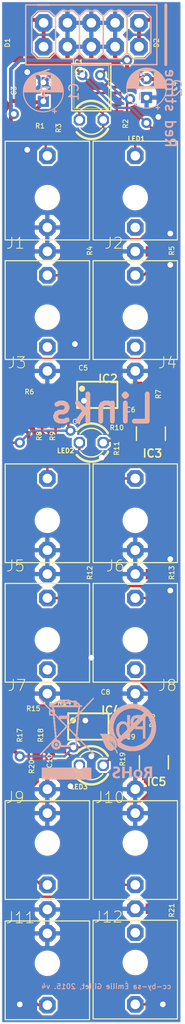
<source format=kicad_pcb>
(kicad_pcb (version 20240108) (generator "pcbnew") (generator_version "8.0")
  (layers (0 "F.Cu" signal) (31 "B.Cu" signal) (34 "B.Paste" user) (35 "F.Paste" user) (36 "B.SilkS" user "B.Silkscreen") (37 "F.SilkS" user "F.Silkscreen") (38 "B.Mask" user) (39 "F.Mask" user) (44 "Edge.Cuts" user))
  (net 0 "")
  (net 1 "GND")
  (net 2 "VEE")
  (net 3 "VCC")
  (net 4 "N$6")
  (net 5 "N$20")
  (net 6 "N$3")
  (net 7 "N$4")
  (net 8 "N$5")
  (net 9 "N$7")
  (net 10 "N$8")
  (net 11 "N$11")
  (net 12 "N$12")
  (net 13 "N$13")
  (net 14 "N$10")
  (net 15 "N$15")
  (net 16 "N$16")
  (net 17 "N$17")
  (net 18 "N$31")
  (net 19 "N$1")
  (net 20 "N$32")
  (net 21 "N$2")
  (net 22 "N$9")
  (net 23 "N$23")
  (net 24 "N$24")
  (net 25 "N$25")
  (net 26 "N$27")
  (net 27 "N$22")
  (net 28 "N$29")
  (net 29 "N$14")
  (net 30 "N$26")
  (net 31 "N$30")
  (net 32 "N$18")
  (net 33 "N$19")
  (net 34 "N$21")
  (footprint "links_v40:C0603" (layer "F.Cu") (at 153.4324 92.54175 90)
    (property "Reference" "C6")
    (property "Value" "10p")
  )
  (footprint "links_v40:C0603" (layer "F.Cu") (at 156.7661 59.83925 90)
    (property "Reference" "C4")
    (property "Value" "100n")
  )
  (footprint "links_v40:R0603" (layer "F.Cu") (at 154.2261 127.30795 90)
    (property "Reference" "R16")
    (property "Value" "100k")
  )
  (footprint "links_v40:SOT23-5" (layer "F.Cu") (at 155.1786 131.59425 180)
    (property "Reference" "IC5")
    (property "Value" "LM321MF")
  )
  (footprint "links_v40:C0603" (layer "F.Cu") (at 145.3361 130.95925 90)
    (property "Reference" "C10")
    (property "Value" "100n")
  )
  (footprint "links_v40:R0603" (layer "F.Cu") (at 151.3686 63.64925 -90)
    (property "Reference" "R2")
    (property "Value" "51")
  )
  (footprint "links_v40:R0603" (layer "F.Cu") (at 150.0986 94.76425)
    (property "Reference" "R10")
    (property "Value" "100k")
  )
  (footprint "links_v40:R0603" (layer "F.Cu") (at 146.9236 111.59175 180)
    (property "Reference" "R12")
    (property "Value" "51")
  )
  (footprint "links_v40:C0603" (layer "F.Cu") (at 147.8761 123.97425 180)
    (property "Reference" "C8")
    (property "Value" "100n")
  )
  (footprint "links_v40:R0603" (layer "F.Cu") (at 143.7485 128.89545 90)
    (property "Reference" "R18")
    (property "Value" "100k")
  )
  (footprint "links_v40:C0603" (layer "F.Cu") (at 152.7974 127.30795 90)
    (property "Reference" "C9")
    (property "Value" "10p")
  )
  (footprint "links_v40:WQP_PJ_301M6" (layer "F.Cu") (at 143.828 152.94615 180)
    (property "Reference" "J11")
    (property "Value" "PJ301_THONKICONN6" (hide yes))
  )
  (footprint "links_v40:WQP_PJ_301M6" (layer "F.Cu") (at 153.1943 71.58675)
    (property "Reference" "J2")
    (property "Value" "PJ301_THONKICONN6" (hide yes))
  )
  (footprint "links_v40:R0603" (layer "F.Cu") (at 143.2724 94.76425 90)
    (property "Reference" "R8")
    (property "Value" "100k")
  )
  (footprint "links_v40:R0603" (layer "F.Cu") (at 142.7961 126.67305 180)
    (property "Reference" "R15")
    (property "Value" "33k")
  )
  (footprint "links_v40:C0603" (layer "F.Cu") (at 146.9236 94.76425 180)
    (property "Reference" "C7")
    (property "Value" "100n")
  )
  (footprint "links_v40:WQP_PJ_301M6" (layer "F.Cu") (at 153.1943 140.16675 180)
    (property "Reference" "J10")
    (property "Value" "PJ301_THONKICONN6" (hide yes))
  )
  (footprint "links_v40:R0603" (layer "F.Cu") (at 144.0661 92.54175 180)
    (property "Reference" "R6")
    (property "Value" "100k")
  )
  (footprint "links_v40:R0603" (layer "F.Cu") (at 144.7011 94.76425 90)
    (property "Reference" "R9")
    (property "Value" "100k")
  )
  (footprint "links_v40:SOD123" (layer "F.Cu") (at 156.4486 54.60045 -90)
    (property "Reference" "D2")
    (property "Value" "1N5819HW" (hide yes))
  )
  (footprint "links_v40:R0603" (layer "F.Cu") (at 155.6549 77.30175 180)
    (property "Reference" "R5")
    (property "Value" "51")
  )
  (footprint "links_v40:LED3MM" (layer "F.Cu") (at 148.5111 97.62175 180)
    (property "Reference" "LED2")
    (property "Value" "WP937EGW")
  )
  (footprint "links_v40:WQP_PJ_301M6" (layer "F.Cu") (at 143.828 84.28675)
    (property "Reference" "J3")
    (property "Value" "PJ301_THONKICONN6" (hide yes))
  )
  (footprint "links_v40:LED3MM" (layer "F.Cu") (at 148.5111 131.91175 180)
    (property "Reference" "LED3")
    (property "Value" "WP937EGW")
  )
  (footprint "links_v40:WQP_PJ_301M6" (layer "F.Cu") (at 143.8279 105.87675)
    (property "Reference" "J5")
    (property "Value" "PJ301_THONKICONN6" (hide yes))
  )
  (footprint "links_v40:R0603" (layer "F.Cu") (at 141.8436 128.89545 90)
    (property "Reference" "R17")
    (property "Value" "100k")
  )
  (footprint "links_v40:WQP_PJ_301M6" (layer "F.Cu") (at 153.1942 118.57675)
    (property "Reference" "J8")
    (property "Value" "PJ301_THONKICONN6" (hide yes))
  )
  (footprint "links_v40:TSSOP8" (layer "F.Cu") (at 148.1936 127.78425 -90)
    (property "Reference" "IC4")
    (property "Value" "TL072PW")
  )
  (footprint "links_v40:R0603" (layer "F.Cu") (at 155.6548 111.59175)
    (property "Reference" "R13")
    (property "Value" "51")
  )
  (footprint "links_v40:TSSOP8" (layer "F.Cu") (at 149.1461 92.54175 -90)
    (property "Reference" "IC2")
    (property "Value" "TL072PW")
  )
  (footprint "links_v40:R0603" (layer "F.Cu") (at 147.8761 125.40295)
    (property "Reference" "R14")
    (property "Value" "100k")
  )
  (footprint "links_v40:WQP_PJ_301M6" (layer "F.Cu") (at 153.1941 105.87675)
    (property "Reference" "J6")
    (property "Value" "PJ301_THONKICONN6" (hide yes))
  )
  (footprint "links_v40:R0603" (layer "F.Cu") (at 142.7961 131.91175 90)
    (property "Reference" "R20")
    (property "Value" "100k")
  )
  (footprint "links_v40:R0603" (layer "F.Cu") (at 145.8124 63.96675 90)
    (property "Reference" "R3")
    (property "Value" "1.0k")
  )
  (footprint "links_v40:C0603" (layer "F.Cu") (at 140.8911 60.47425 90)
    (property "Reference" "C3")
    (property "Value" "100n")
  )
  (footprint "links_v40:WQP_PJ_301M6" (layer "F.Cu") (at 153.1943 84.28675)
    (property "Reference" "J4")
    (property "Value" "PJ301_THONKICONN6" (hide yes))
  )
  (footprint "links_v40:LED3MM" (layer "F.Cu") (at 148.5111 63.33175 180)
    (property "Reference" "LED1")
    (property "Value" "WP937EGW")
  )
  (footprint "links_v40:R0603" (layer "F.Cu") (at 146.9236 77.30175 180)
    (property "Reference" "R4")
    (property "Value" "51")
  )
  (footprint "links_v40:SOT23-5" (layer "F.Cu") (at 154.8611 96.66915 180)
    (property "Reference" "IC3")
    (property "Value" "LM321MF")
  )
  (footprint "links_v40:WQP_PJ_301M6" (layer "F.Cu") (at 143.828 118.57675)
    (property "Reference" "J7")
    (property "Value" "PJ301_THONKICONN6" (hide yes))
  )
  (footprint "links_v40:R0603" (layer "F.Cu") (at 152.6386 131.27675 -90)
    (property "Reference" "R19")
    (property "Value" "1.0k")
  )
  (footprint "links_v40:R0603" (layer "F.Cu") (at 142.7961 64.76055)
    (property "Reference" "R1")
    (property "Value" "10M")
  )
  (footprint "links_v40:WQP_PJ_301M6" (layer "F.Cu") (at 143.8279 140.16675 180)
    (property "Reference" "J9")
    (property "Value" "PJ301_THONKICONN6" (hide yes))
  )
  (footprint "links_v40:R0603" (layer "F.Cu") (at 154.8611 92.54175 90)
    (property "Reference" "R7")
    (property "Value" "100k")
  )
  (footprint "links_v40:R0603" (layer "F.Cu") (at 155.6549 147.15175 180)
    (property "Reference" "R21")
    (property "Value" "51")
  )
  (footprint "links_v40:C0603" (layer "F.Cu") (at 147.5586 90.31925 180)
    (property "Reference" "C5")
    (property "Value" "100n")
  )
  (footprint "links_v40:TSSOP14" (layer "F.Cu") (at 148.5111 59.83925 -90)
    (property "Reference" "IC1")
    (property "Value" "OPA4171")
  )
  (footprint "links_v40:WQP_PJ_301M6" (layer "F.Cu") (at 143.828 71.58675)
    (property "Reference" "J1")
    (property "Value" "PJ301_THONKICONN6" (hide yes))
  )
  (footprint "links_v40:WQP_PJ_301M6" (layer "F.Cu") (at 153.1943 152.86675 180)
    (property "Reference" "J12")
    (property "Value" "PJ301_THONKICONN6" (hide yes))
  )
  (footprint "links_v40:SOD123" (layer "F.Cu") (at 140.5736 54.60045 90)
    (property "Reference" "D1")
    (property "Value" "1N5819HW")
  )
  (footprint "links_v40:R0603" (layer "F.Cu") (at 152.0036 98.25665 -90)
    (property "Reference" "R11")
    (property "Value" "1.0k")
  )
  (footprint "links_v40:AVR_ICSP" (layer "B.Cu") (at 148.5111 54.28295 -90)
    (property "Reference" "JP1" (hide yes))
    (property "Value" "M05X2PTH" (hide yes))
  )
  (footprint "Capacitor_THT:CP_Radial_D4.0mm_P2.00mm" (layer "B.Cu") (at 154.4 60.95 90)
    (property "Reference" "C2")
    (property "Value" "4.7u")
  )
  (footprint "links_v40:ROHS" (layer "B.Cu") (at 156.2898 133.97545 180)
    (property "Reference" "U$2" (hide yes))
    (property "Value" "" (hide yes))
  )
  (footprint "Capacitor_THT:CP_Radial_D4.0mm_P2.00mm" (layer "B.Cu") (at 143.4 61.35 90)
    (property "Reference" "C1")
    (property "Value" "4.7u")
  )
  (gr_line (start 141.5261 51.10785) (end 141.5261 57.45785) (stroke (width 0.1524)) (layer "B.SilkS"))
  (gr_line (start 141.5261 51.10785) (end 155.4961 51.10785) (stroke (width 0.1524)) (layer "B.SilkS"))
  (gr_line (start 141.5261 57.45785) (end 155.4961 57.45785) (stroke (width 0.1524)) (layer "B.SilkS"))
  (gr_line (start 155.4961 51.10785) (end 155.4961 57.45785) (stroke (width 0.1524)) (layer "B.SilkS"))
  (gr_line (start 156.4486 57.45785) (end 156.4486 51.10785) (stroke (width 0.3048)) (layer "B.SilkS"))
  (gr_line (start 158.0161 159.21675) (end 158.0161 50.79045) (stroke (width 0.05)) (layer "Edge.Cuts"))
  (gr_line (start 158.0161 50.79045) (end 138.9861 50.79045) (stroke (width 0.05)) (layer "Edge.Cuts"))
  (gr_line (start 138.9861 50.79045) (end 138.9861 159.21675) (stroke (width 0.05)) (layer "Edge.Cuts"))
  (gr_line (start 138.9861 159.21675) (end 158.0161 159.21675) (stroke (width 0.05)) (layer "Edge.Cuts"))
  (gr_text "+12V" (at 144.0661 57.77555 -90) (layer "B.SilkS") (effects (font (size 0.8636 0.8636) (thickness 0.1524)) (justify right top mirror)))
  (gr_text "Red stripe" (at 157.5598 57.77545 -90) (layer "B.SilkS") (effects (font (size 1.0795 1.0795) (thickness 0.1905)) (justify right top mirror)))
  (gr_text "-12V" (at 154.2261 57.77555 -90) (layer "B.SilkS") (effects (font (size 0.8636 0.8636) (thickness 0.1524)) (justify right top mirror)))
  (gr_text "Links" (at 155.4962 95.71685 0) (layer "B.SilkS") (effects (font (size 2.89 2.89) (thickness 0.51)) (justify left bottom mirror)))
  (gr_text "cc-by-sa Émilie Gillet, 2015. v4" (at 157.0836 155.72425 0) (layer "B.SilkS") (effects (font (size 0.53975 0.53975) (thickness 0.09525)) (justify left bottom mirror)))
  (via (at 156.925 78.73055) (size 1.108) (drill 0.6) (layers "F.Cu" "B.Cu") (net 1))
  (via (at 140.8911 157.31175) (size 1.108) (drill 0.6) (layers "F.Cu" "B.Cu") (net 1))
  (via (at 156.9249 75.39675) (size 1.108) (drill 0.6) (layers "F.Cu" "B.Cu") (net 1))
  (via (at 149.6224 99.20925) (size 1.108) (drill 0.6) (layers "F.Cu" "B.Cu") (net 1))
  (via (at 146.7649 87.14425) (size 1.108) (drill 0.6) (layers "F.Cu" "B.Cu") (net 1))
  (via (at 148.5111 130.95925) (size 1.108) (drill 0.6) (layers "F.Cu" "B.Cu") (net 1))
  (via (at 146.2886 134.13425) (size 1.108) (drill 0.6) (layers "F.Cu" "B.Cu") (net 1))
  (via (at 148.5111 120.48175) (size 1.108) (drill 0.6) (layers "F.Cu" "B.Cu") (net 1))
  (via (at 147.8761 127.14925) (size 1.108) (drill 0.6) (layers "F.Cu" "B.Cu") (net 1))
  (via (at 141.6849 58.25175) (size 1.108) (drill 0.6) (layers "F.Cu" "B.Cu") (net 1))
  (via (at 147.7174 93.17675) (size 1.108) (drill 0.6) (layers "F.Cu" "B.Cu") (net 1))
  (via (at 156.925 113.33795) (size 1.108) (drill 0.6) (layers "F.Cu" "B.Cu") (net 1))
  (via (at 156.925 110.00425) (size 1.108) (drill 0.6) (layers "F.Cu" "B.Cu") (net 1))
  (via (at 141.6849 66.50675) (size 1.108) (drill 0.6) (layers "F.Cu" "B.Cu") (net 1))
  (via (at 156.1311 157.31175) (size 1.108) (drill 0.6) (layers "F.Cu" "B.Cu") (net 1))
  (via (at 155.6549 63.01425) (size 1.108) (drill 0.6) (layers "F.Cu" "B.Cu") (net 1))
  (segment (start 145.3361 130.10925) (end 145.3361 128.82675) (width 0.254) (layer "F.Cu") (net 2))
  (segment (start 153.4323 94.28805) (end 154.3849 94.28805) (width 0.254) (layer "F.Cu") (net 2))
  (segment (start 154.8611 94.76425) (end 154.8611 95.36315) (width 0.254) (layer "F.Cu") (net 2))
  (segment (start 139.9386 130.00675) (end 139.9386 97.62175) (width 0.4064) (layer "F.Cu") (net 2))
  (segment (start 152.9561 94.76425) (end 153.4323 94.28805) (width 0.254) (layer "F.Cu") (net 2))
  (segment (start 150.7336 130.00675) (end 151.3686 129.37175) (width 0.254) (layer "F.Cu") (net 2))
  (segment (start 152.3211 96.35175) (end 152.9561 95.71675) (width 0.254) (layer "F.Cu") (net 2))
  (segment (start 154.7023 129.21295) (end 155.1786 129.68925) (width 0.254) (layer "F.Cu") (net 2))
  (segment (start 156.7661 58.25175) (end 156.4486 57.93425) (width 0.4064) (layer "F.Cu") (net 2))
  (segment (start 140.8911 130.95925) (end 139.9386 130.00675) (width 0.4064) (layer "F.Cu") (net 2))
  (segment (start 146.6061 130.00675) (end 145.2336 130.00675) (width 0.254) (layer "F.Cu") (net 2))
  (segment (start 152.9861 58.85675) (end 152.0036 59.83925) (width 0.254) (layer "F.Cu") (net 2))
  (segment (start 154.2261 58.85675) (end 154.3586 58.98925) (width 0.4064) (layer "F.Cu") (net 2))
  (segment (start 145.2336 130.00675) (end 145.3361 130.10925) (width 0.254) (layer "F.Cu") (net 2))
  (segment (start 139.9386 63.01425) (end 140.2561 62.69675) (width 0.4064) (layer "F.Cu") (net 2))
  (segment (start 146.2886 96.35175) (end 152.3211 96.35175) (width 0.254) (layer "F.Cu") (net 2))
  (segment (start 154.3849 94.28805) (end 154.8611 94.76425) (width 0.254) (layer "F.Cu") (net 2))
  (segment (start 146.0736 94.76425) (end 146.2211 94.61675) (width 0.254) (layer "F.Cu") (net 2))
  (segment (start 145.3361 128.82675) (end 145.2686 128.75925) (width 0.254) (layer "F.Cu") (net 2))
  (segment (start 145.4386 130.00675) (end 150.7336 130.00675) (width 0.254) (layer "F.Cu") (net 2))
  (segment (start 156.7661 58.98925) (end 156.7661 58.25175) (width 0.4064) (layer "F.Cu") (net 2))
  (segment (start 155.1786 129.68925) (end 155.1786 130.28825) (width 0.254) (layer "F.Cu") (net 2))
  (segment (start 151.3686 129.37175) (end 152.9561 129.37175) (width 0.254) (layer "F.Cu") (net 2))
  (segment (start 156.4486 57.93425) (end 156.4486 56.50045) (width 0.4064) (layer "F.Cu") (net 2))
  (segment (start 153.1149 129.21295) (end 154.7023 129.21295) (width 0.254) (layer "F.Cu") (net 2))
  (segment (start 139.9386 97.62175) (end 139.9386 63.01425) (width 0.4064) (layer "F.Cu") (net 2))
  (segment (start 154.2261 58.85675) (end 152.9861 58.85675) (width 0.254) (layer "F.Cu") (net 2))
  (segment (start 152.9561 95.71675) (end 152.9561 94.76425) (width 0.254) (layer "F.Cu") (net 2))
  (segment (start 146.2886 96.35175) (end 146.0736 96.13675) (width 0.254) (layer "F.Cu") (net 2))
  (segment (start 152.3211 56.98175) (end 152.3211 58.56925) (width 0.4064) (layer "F.Cu") (net 2))
  (segment (start 152.9561 129.37175) (end 153.1149 129.21295) (width 0.254) (layer "F.Cu") (net 2))
  (segment (start 146.0736 94.76425) (end 145.7561 95.08175) (width 0.254) (layer "F.Cu") (net 2))
  (segment (start 152.6086 58.85675) (end 154.2261 58.85675) (width 0.4064) (layer "F.Cu") (net 2))
  (segment (start 154.3586 58.98925) (end 156.7661 58.98925) (width 0.4064) (layer "F.Cu") (net 2))
  (segment (start 146.0736 96.13675) (end 146.0736 94.76425) (width 0.254) (layer "F.Cu") (net 2))
  (segment (start 156.4486 56.50045) (end 155.9673 56.98175) (width 0.4064) (layer "F.Cu") (net 2))
  (segment (start 152.0036 59.83925) (end 151.2289 59.83925) (width 0.254) (layer "F.Cu") (net 2))
  (segment (start 152.3211 58.56925) (end 152.6086 58.85675) (width 0.4064) (layer "F.Cu") (net 2))
  (segment (start 146.2211 94.61675) (end 146.2211 93.51675) (width 0.254) (layer "F.Cu") (net 2))
  (segment (start 145.3361 130.10925) (end 145.4386 130.00675) (width 0.254) (layer "F.Cu") (net 2))
  (segment (start 139.9386 97.62175) (end 140.8911 97.62175) (width 0.254) (layer "F.Cu") (net 2))
  (via (at 146.6061 130.00675) (size 1.108) (drill 0.6) (layers "F.Cu" "B.Cu") (net 2))
  (via (at 152.3211 56.98175) (size 1.108) (drill 0.6) (layers "F.Cu" "B.Cu") (net 2))
  (via (at 140.8911 97.62175) (size 1.108) (drill 0.6) (layers "F.Cu" "B.Cu") (net 2))
  (via (at 140.8911 130.95925) (size 1.108) (drill 0.6) (layers "F.Cu" "B.Cu") (net 2))
  (via (at 146.2886 96.35175) (size 1.108) (drill 0.6) (layers "F.Cu" "B.Cu") (net 2))
  (via (at 140.2561 62.69675) (size 1.108) (drill 0.6) (layers "F.Cu" "B.Cu") (net 2))
  (segment (start 145.6536 130.95925) (end 146.6061 130.00675) (width 0.254) (layer "B.Cu") (net 2))
  (segment (start 139.9386 62.37925) (end 139.9386 57.93425) (width 0.4064) (layer "B.Cu") (net 2))
  (segment (start 140.8911 130.95925) (end 145.6536 130.95925) (width 0.254) (layer "B.Cu") (net 2))
  (segment (start 140.8911 97.62175) (end 142.1611 96.35175) (width 0.254) (layer "B.Cu") (net 2))
  (segment (start 140.2561 62.69675) (end 139.9386 62.37925) (width 0.4064) (layer "B.Cu") (net 2))
  (segment (start 139.9386 57.93425) (end 140.8911 56.98175) (width 0.4064) (layer "B.Cu") (net 2))
  (segment (start 142.1611 96.35175) (end 146.2886 96.35175) (width 0.254) (layer "B.Cu") (net 2))
  (segment (start 140.8911 56.98175) (end 152.3211 56.98175) (width 0.4064) (layer "B.Cu") (net 2))
  (segment (start 140.8911 61.32425) (end 140.1536 61.32425) (width 0.4064) (layer "F.Cu") (net 3))
  (segment (start 148.7261 123.23675) (end 145.9711 120.48175) (width 0.3048) (layer "F.Cu") (net 3))
  (segment (start 140.5736 118.25925) (end 140.5736 100.16175) (width 0.3048) (layer "F.Cu") (net 3))
  (segment (start 149.4636 123.97425) (end 151.1186 125.62925) (width 0.254) (layer "F.Cu") (net 3))
  (segment (start 147.7174 88.73175) (end 148.4086 89.42295) (width 0.254) (layer "F.Cu") (net 3))
  (segment (start 149.4636 123.97425) (end 151.3686 123.97425) (width 0.254) (layer "F.Cu") (net 3))
  (segment (start 153.7499 123.02175) (end 156.7661 126.03795) (width 0.254) (layer "F.Cu") (net 3))
  (segment (start 140.5736 88.73175) (end 140.5736 64.28425) (width 0.4064) (layer "F.Cu") (net 3))
  (segment (start 143.4311 60.47425) (end 144.3836 60.47425) (width 0.254) (layer "F.Cu") (net 3))
  (segment (start 151.1186 125.62925) (end 151.1186 126.80925) (width 0.254) (layer "F.Cu") (net 3))
  (segment (start 141.8436 98.89175) (end 141.8436 96.66925) (width 0.3556) (layer "F.Cu") (net 3))
  (segment (start 148.4086 89.42295) (end 148.4086 90.31925) (width 0.254) (layer "F.Cu") (net 3))
  (segment (start 141.0236 61.45675) (end 140.8911 61.32425) (width 0.4064) (layer "F.Cu") (net 3))
  (segment (start 151.6861 88.73175) (end 154.8611 88.73175) (width 0.254) (layer "F.Cu") (net 3))
  (segment (start 140.5736 100.16175) (end 141.8436 98.89175) (width 0.3302) (layer "F.Cu") (net 3))
  (segment (start 156.7661 126.03795) (end 156.7661 132.54675) (width 0.254) (layer "F.Cu") (net 3))
  (segment (start 155.8136 97.97265) (end 155.8111 97.97515) (width 0.254) (layer "F.Cu") (net 3))
  (segment (start 148.5111 90.95425) (end 149.1461 91.58925) (width 0.254) (layer "F.Cu") (net 3))
  (segment (start 140.5736 95.39925) (end 140.5736 88.73175) (width 0.4064) (layer "F.Cu") (net 3))
  (segment (start 150.0986 90.31925) (end 151.6861 88.73175) (width 0.254) (layer "F.Cu") (net 3))
  (segment (start 148.7261 123.97425) (end 148.6136 123.97425) (width 0.254) (layer "F.Cu") (net 3))
  (segment (start 140.5736 57.29925) (end 140.5736 56.50045) (width 0.4064) (layer "F.Cu") (net 3))
  (segment (start 142.7961 120.48175) (end 140.5736 118.25925) (width 0.3048) (layer "F.Cu") (net 3))
  (segment (start 143.4011 61.45675) (end 143.4311 61.45675) (width 0.4064) (layer "F.Cu") (net 3))
  (segment (start 156.4126 132.90025) (end 156.1286 132.90025) (width 0.254) (layer "F.Cu") (net 3))
  (segment (start 156.7661 96.35175) (end 155.8136 97.30425) (width 0.254) (layer "F.Cu") (net 3))
  (segment (start 148.4086 90.31925) (end 148.5111 90.42175) (width 0.254) (layer "F.Cu") (net 3))
  (segment (start 148.4086 90.31925) (end 150.0986 90.31925) (width 0.254) (layer "F.Cu") (net 3))
  (segment (start 148.7261 123.97425) (end 148.7261 123.23675) (width 0.3048) (layer "F.Cu") (net 3))
  (segment (start 140.5736 64.28425) (end 143.4011 61.45675) (width 0.4064) (layer "F.Cu") (net 3))
  (segment (start 155.8136 97.30425) (end 155.8136 97.97265) (width 0.254) (layer "F.Cu") (net 3))
  (segment (start 145.9711 120.48175) (end 142.7961 120.48175) (width 0.3048) (layer "F.Cu") (net 3))
  (segment (start 148.5111 90.42175) (end 148.5111 90.95425) (width 0.254) (layer "F.Cu") (net 3))
  (segment (start 156.7661 132.54675) (end 156.4126 132.90025) (width 0.254) (layer "F.Cu") (net 3))
  (segment (start 152.0486 91.58925) (end 152.0711 91.56675) (width 0.254) (layer "F.Cu") (net 3))
  (segment (start 151.3686 123.97425) (end 152.3211 123.02175) (width 0.254) (layer "F.Cu") (net 3))
  (segment (start 144.3836 60.47425) (end 145.0186 59.83925) (width 0.254) (layer "F.Cu") (net 3))
  (segment (start 139.9386 57.93425) (end 140.5736 57.29925) (width 0.4064) (layer "F.Cu") (net 3))
  (segment (start 141.8436 96.66925) (end 140.5736 95.39925) (width 0.381) (layer "F.Cu") (net 3))
  (segment (start 149.1461 91.58925) (end 152.0486 91.58925) (width 0.254) (layer "F.Cu") (net 3))
  (segment (start 154.8611 88.73175) (end 156.7661 90.63675) (width 0.254) (layer "F.Cu") (net 3))
  (segment (start 155.8111 97.97515) (end 155.8136 97.97765) (width 0.254) (layer "F.Cu") (net 3))
  (segment (start 143.4311 61.45675) (end 143.4311 60.47425) (width 0.254) (layer "F.Cu") (net 3))
  (segment (start 140.5736 88.73175) (end 147.7174 88.73175) (width 0.254) (layer "F.Cu") (net 3))
  (segment (start 140.1536 61.32425) (end 139.9386 61.10925) (width 0.4064) (layer "F.Cu") (net 3))
  (segment (start 145.0186 59.83925) (end 145.7933 59.83925) (width 0.254) (layer "F.Cu") (net 3))
  (segment (start 156.7661 90.63675) (end 156.7661 96.35175) (width 0.254) (layer "F.Cu") (net 3))
  (segment (start 148.7261 123.97425) (end 149.4636 123.97425) (width 0.254) (layer "F.Cu") (net 3))
  (segment (start 139.9386 61.10925) (end 139.9386 57.93425) (width 0.4064) (layer "F.Cu") (net 3))
  (segment (start 152.3211 123.02175) (end 153.7499 123.02175) (width 0.254) (layer "F.Cu") (net 3))
  (segment (start 143.4311 61.45675) (end 141.0236 61.45675) (width 0.4064) (layer "F.Cu") (net 3))
  (segment (start 143.1186 52.70045) (end 143.4311 53.01295) (width 0.4064) (layer "F.Cu") (net 4))
  (segment (start 143.4311 53.01295) (end 143.4311 55.55295) (width 0.4064) (layer "F.Cu") (net 4))
  (segment (start 140.5736 52.70045) (end 143.1186 52.70045) (width 0.4064) (layer "F.Cu") (net 4))
  (segment (start 153.5911 53.01295) (end 153.9036 52.70045) (width 0.4064) (layer "F.Cu") (net 5))
  (segment (start 153.5911 55.55295) (end 153.5911 53.01295) (width 0.4064) (layer "F.Cu") (net 5))
  (segment (start 153.9036 52.70045) (end 156.4486 52.70045) (width 0.4064) (layer "F.Cu") (net 5))
  (segment (start 145.7933 57.93425) (end 145.7933 58.56925) (width 0.254) (layer "F.Cu") (net 6))
  (segment (start 156.5049 77.30175) (end 156.5049 76.40555) (width 0.254) (layer "F.Cu") (net 6))
  (segment (start 155.9724 75.87295) (end 155.9724 64.91925) (width 0.254) (layer "F.Cu") (net 6))
  (segment (start 155.3373 64.28425) (end 155.0199 64.28425) (width 0.254) (layer "F.Cu") (net 6))
  (segment (start 155.9724 64.91925) (end 155.3373 64.28425) (width 0.254) (layer "F.Cu") (net 6))
  (segment (start 155.0199 64.28425) (end 154.3848 63.64925) (width 0.254) (layer "F.Cu") (net 6))
  (segment (start 156.5049 76.40555) (end 155.9724 75.87295) (width 0.254) (layer "F.Cu") (net 6))
  (segment (start 146.9236 57.93425) (end 145.7933 57.93425) (width 0.254) (layer "F.Cu") (net 6))
  (segment (start 147.5586 58.56925) (end 146.9236 57.93425) (width 0.254) (layer "F.Cu") (net 6))
  (via (at 147.5586 58.56925) (size 1.108) (drill 0.6) (layers "F.Cu" "B.Cu") (net 6))
  (via (at 154.3848 63.64925) (size 1.108) (drill 0.6) (layers "F.Cu" "B.Cu") (net 6))
  (segment (start 154.3848 63.64925) (end 152.7973 62.06175) (width 0.254) (layer "B.Cu") (net 6))
  (segment (start 152.7973 62.06175) (end 151.0511 62.06175) (width 0.254) (layer "B.Cu") (net 6))
  (segment (start 151.0511 62.06175) (end 147.5586 58.56925) (width 0.254) (layer "B.Cu") (net 6))
  (segment (start 151.2289 61.74425) (end 151.2289 61.10925) (width 0.254) (layer "F.Cu") (net 7))
  (segment (start 151.3686 62.79925) (end 151.2289 62.65955) (width 0.254) (layer "F.Cu") (net 7))
  (segment (start 151.2289 62.65955) (end 151.2289 61.74425) (width 0.254) (layer "F.Cu") (net 7))
  (segment (start 147.7736 77.30175) (end 148.8286 77.30175) (width 0.254) (layer "F.Cu") (net 8))
  (segment (start 150.0986 76.03175) (end 153.7498 76.03175) (width 0.254) (layer "F.Cu") (net 8))
  (segment (start 155.3374 74.44425) (end 155.3374 65.39555) (width 0.254) (layer "F.Cu") (net 8))
  (segment (start 154.2262 64.91925) (end 152.3211 63.01425) (width 0.254) (layer "F.Cu") (net 8))
  (segment (start 152.3211 61.42675) (end 152.6386 61.10925) (width 0.254) (layer "F.Cu") (net 8))
  (segment (start 153.7498 76.03175) (end 155.3374 74.44425) (width 0.254) (layer "F.Cu") (net 8))
  (segment (start 151.2289 57.93425) (end 151.2289 58.56925) (width 0.254) (layer "F.Cu") (net 8))
  (segment (start 150.0986 57.93425) (end 151.2289 57.93425) (width 0.254) (layer "F.Cu") (net 8))
  (segment (start 154.8611 64.91925) (end 154.2262 64.91925) (width 0.254) (layer "F.Cu") (net 8))
  (segment (start 149.4636 58.56925) (end 150.0986 57.93425) (width 0.254) (layer "F.Cu") (net 8))
  (segment (start 155.3374 65.39555) (end 154.8611 64.91925) (width 0.254) (layer "F.Cu") (net 8))
  (segment (start 152.3211 63.01425) (end 152.3211 61.42675) (width 0.254) (layer "F.Cu") (net 8))
  (segment (start 148.8286 77.30175) (end 150.0986 76.03175) (width 0.254) (layer "F.Cu") (net 8))
  (via (at 149.4636 58.56925) (size 1.108) (drill 0.6) (layers "F.Cu" "B.Cu") (net 8))
  (via (at 152.6386 61.10925) (size 1.108) (drill 0.6) (layers "F.Cu" "B.Cu") (net 8))
  (segment (start 152.6386 61.10925) (end 152.0036 61.10925) (width 0.254) (layer "B.Cu") (net 8))
  (segment (start 152.0036 61.10925) (end 149.4636 58.56925) (width 0.254) (layer "B.Cu") (net 8))
  (segment (start 145.7933 60.47425) (end 146.9236 60.47425) (width 0.254) (layer "F.Cu") (net 9))
  (segment (start 143.6461 63.59305) (end 144.8599 62.37925) (width 0.254) (layer "F.Cu") (net 9))
  (segment (start 146.9236 60.47425) (end 150.0986 60.47425) (width 0.254) (layer "F.Cu") (net 9))
  (segment (start 150.0986 60.47425) (end 150.0986 59.52175) (width 0.254) (layer "F.Cu") (net 9))
  (segment (start 146.6061 59.20425) (end 145.7933 59.20425) (width 0.254) (layer "F.Cu") (net 9))
  (segment (start 143.6461 66.95995) (end 143.6461 64.76055) (width 0.254) (layer "F.Cu") (net 9))
  (segment (start 144.8599 60.79175) (end 145.1774 60.47425) (width 0.254) (layer "F.Cu") (net 9))
  (segment (start 143.828 67.14175) (end 143.6461 66.95995) (width 0.254) (layer "F.Cu") (net 9))
  (segment (start 150.4161 59.20425) (end 151.2289 59.20425) (width 0.254) (layer "F.Cu") (net 9))
  (segment (start 143.6461 64.76055) (end 143.6461 63.59305) (width 0.254) (layer "F.Cu") (net 9))
  (segment (start 144.8599 62.37925) (end 144.8599 60.79175) (width 0.254) (layer "F.Cu") (net 9))
  (segment (start 150.0986 59.52175) (end 150.4161 59.20425) (width 0.254) (layer "F.Cu") (net 9))
  (segment (start 146.9236 60.47425) (end 146.9236 59.52175) (width 0.254) (layer "F.Cu") (net 9))
  (segment (start 150.0986 60.47425) (end 151.2289 60.47425) (width 0.254) (layer "F.Cu") (net 9))
  (segment (start 145.1774 60.47425) (end 145.7933 60.47425) (width 0.254) (layer "F.Cu") (net 9))
  (segment (start 146.9236 59.52175) (end 146.6061 59.20425) (width 0.254) (layer "F.Cu") (net 9))
  (segment (start 145.7933 61.74425) (end 146.7649 61.74425) (width 0.254) (layer "F.Cu") (net 10))
  (segment (start 147.2411 62.22045) (end 147.2411 63.33175) (width 0.254) (layer "F.Cu") (net 10))
  (segment (start 146.7649 61.74425) (end 147.2411 62.22045) (width 0.254) (layer "F.Cu") (net 10))
  (segment (start 153.1943 79.84175) (end 154.0674 79.84175) (width 0.254) (layer "F.Cu") (net 11))
  (segment (start 154.8049 79.10425) (end 154.8049 77.30175) (width 0.254) (layer "F.Cu") (net 11))
  (segment (start 154.0674 79.84175) (end 154.8049 79.10425) (width 0.254) (layer "F.Cu") (net 11))
  (segment (start 153.1943 65.47495) (end 152.2186 64.49925) (width 0.254) (layer "F.Cu") (net 12))
  (segment (start 152.2186 64.49925) (end 151.3686 64.49925) (width 0.254) (layer "F.Cu") (net 12))
  (segment (start 153.1943 67.14175) (end 153.1943 65.47495) (width 0.254) (layer "F.Cu") (net 12))
  (segment (start 145.0186 79.84175) (end 146.0736 78.78675) (width 0.254) (layer "F.Cu") (net 13))
  (segment (start 146.0736 78.78675) (end 146.0736 77.30175) (width 0.254) (layer "F.Cu") (net 13))
  (segment (start 143.828 79.84175) (end 145.0186 79.84175) (width 0.254) (layer "F.Cu") (net 13))
  (segment (start 144.7011 97.62175) (end 144.7011 95.61425) (width 0.254) (layer "F.Cu") (net 14))
  (segment (start 148.5111 101.43175) (end 144.7011 97.62175) (width 0.254) (layer "F.Cu") (net 14))
  (segment (start 148.5111 101.43175) (end 153.1941 101.43175) (width 0.254) (layer "F.Cu") (net 14))
  (segment (start 143.8279 97.06605) (end 143.2724 96.51055) (width 0.254) (layer "F.Cu") (net 15))
  (segment (start 143.8279 101.43175) (end 143.8279 97.06605) (width 0.254) (layer "F.Cu") (net 15))
  (segment (start 143.2724 96.51055) (end 143.2724 95.61425) (width 0.254) (layer "F.Cu") (net 15))
  (segment (start 145.0186 114.13175) (end 146.0736 113.07675) (width 0.254) (layer "F.Cu") (net 16))
  (segment (start 146.0736 113.07675) (end 146.0736 111.59175) (width 0.254) (layer "F.Cu") (net 16))
  (segment (start 143.828 114.13175) (end 145.0186 114.13175) (width 0.254) (layer "F.Cu") (net 16))
  (segment (start 156.5048 112.32925) (end 156.5048 111.59175) (width 0.254) (layer "F.Cu") (net 17))
  (segment (start 153.1942 114.13175) (end 154.7023 114.13175) (width 0.254) (layer "F.Cu") (net 17))
  (segment (start 154.7023 114.13175) (end 156.5048 112.32925) (width 0.254) (layer "F.Cu") (net 17))
  (segment (start 144.7011 93.91425) (end 144.9161 93.69925) (width 0.254) (layer "F.Cu") (net 18))
  (segment (start 144.9161 93.69925) (end 144.9161 92.54175) (width 0.254) (layer "F.Cu") (net 18))
  (segment (start 145.2411 92.21675) (end 146.2211 92.21675) (width 0.254) (layer "F.Cu") (net 18))
  (segment (start 143.2724 93.91425) (end 144.7011 93.91425) (width 0.254) (layer "F.Cu") (net 18))
  (segment (start 144.9161 92.54175) (end 145.2411 92.21675) (width 0.254) (layer "F.Cu") (net 18))
  (segment (start 144.9161 92.54175) (end 144.9236 92.53425) (width 0.254) (layer "F.Cu") (net 18))
  (segment (start 149.3049 94.70795) (end 149.2486 94.76425) (width 0.254) (layer "F.Cu") (net 19))
  (segment (start 143.4536 91.56675) (end 146.2211 91.56675) (width 0.254) (layer "F.Cu") (net 19))
  (segment (start 143.1136 91.90675) (end 143.4536 91.56675) (width 0.254) (layer "F.Cu") (net 19))
  (segment (start 147.5362 91.56675) (end 149.3049 93.33545) (width 0.254) (layer "F.Cu") (net 19))
  (segment (start 149.3049 93.33545) (end 149.3049 94.70795) (width 0.254) (layer "F.Cu") (net 19))
  (segment (start 146.9236 91.56675) (end 147.5362 91.56675) (width 0.254) (layer "F.Cu") (net 19))
  (segment (start 143.1136 92.00925) (end 143.1136 91.90675) (width 0.254) (layer "F.Cu") (net 19))
  (segment (start 143.4311 92.32675) (end 143.1136 92.00925) (width 0.254) (layer "F.Cu") (net 19))
  (segment (start 143.2161 92.54175) (end 143.4311 92.32675) (width 0.254) (layer "F.Cu") (net 19))
  (segment (start 146.2211 91.56675) (end 146.9236 91.56675) (width 0.254) (layer "F.Cu") (net 19))
  (segment (start 151.2024 92.86675) (end 152.0711 92.86675) (width 0.254) (layer "F.Cu") (net 20))
  (segment (start 152.0711 92.86675) (end 152.9074 92.86675) (width 0.254) (layer "F.Cu") (net 20))
  (segment (start 150.9486 94.76425) (end 150.8924 94.70805) (width 0.254) (layer "F.Cu") (net 20))
  (segment (start 150.8924 94.70805) (end 150.8924 93.17675) (width 0.254) (layer "F.Cu") (net 20))
  (segment (start 152.9074 92.86675) (end 153.4324 93.39175) (width 0.254) (layer "F.Cu") (net 20))
  (segment (start 153.4324 93.39175) (end 154.8611 93.39175) (width 0.254) (layer "F.Cu") (net 20))
  (segment (start 150.8924 93.17675) (end 151.2024 92.86675) (width 0.254) (layer "F.Cu") (net 20))
  (segment (start 140.7324 134.61045) (end 141.8436 133.49925) (width 0.254) (layer "F.Cu") (net 21))
  (segment (start 142.8755 157.39115) (end 140.7324 155.24805) (width 0.254) (layer "F.Cu") (net 21))
  (segment (start 140.7324 155.24805) (end 140.7324 134.61045) (width 0.254) (layer "F.Cu") (net 21))
  (segment (start 143.828 157.39115) (end 142.8755 157.39115) (width 0.254) (layer "F.Cu") (net 21))
  (segment (start 141.8436 133.49925) (end 141.8436 129.74545) (width 0.254) (layer "F.Cu") (net 21))
  (segment (start 141.3674 143.97675) (end 141.3674 135.08675) (width 0.254) (layer "F.Cu") (net 22))
  (segment (start 141.3674 135.08675) (end 142.7961 133.65805) (width 0.254) (layer "F.Cu") (net 22))
  (segment (start 143.2723 145.88175) (end 150.7336 145.88175) (width 0.254) (layer "F.Cu") (net 22))
  (segment (start 142.7961 133.65805) (end 142.7961 132.76175) (width 0.254) (layer "F.Cu") (net 22))
  (segment (start 150.7336 145.88175) (end 152.0036 144.61175) (width 0.254) (layer "F.Cu") (net 22))
  (segment (start 152.0036 144.61175) (end 153.1943 144.61175) (width 0.254) (layer "F.Cu") (net 22))
  (segment (start 143.2723 145.88175) (end 141.3674 143.97675) (width 0.254) (layer "F.Cu") (net 22))
  (segment (start 155.1786 151.59675) (end 154.8049 151.22305) (width 0.254) (layer "F.Cu") (net 23))
  (segment (start 155.1786 156.35925) (end 155.1786 151.59675) (width 0.254) (layer "F.Cu") (net 23))
  (segment (start 154.2261 157.31175) (end 155.1786 156.35925) (width 0.254) (layer "F.Cu") (net 23))
  (segment (start 153.1943 157.31175) (end 154.2261 157.31175) (width 0.254) (layer "F.Cu") (net 23))
  (segment (start 154.8049 151.22305) (end 154.8049 147.15175) (width 0.254) (layer "F.Cu") (net 23))
  (segment (start 142.7961 128.04555) (end 142.796 128.04545) (width 0.254) (layer "F.Cu") (net 24))
  (segment (start 142.796 128.04545) (end 141.8436 128.04545) (width 0.254) (layer "F.Cu") (net 24))
  (segment (start 143.7485 128.04545) (end 143.8049 128.04545) (width 0.254) (layer "F.Cu") (net 24))
  (segment (start 143.8049 128.04545) (end 144.3836 127.46675) (width 0.254) (layer "F.Cu") (net 24))
  (segment (start 142.7961 131.06175) (end 142.7961 128.04555) (width 0.254) (layer "F.Cu") (net 24))
  (segment (start 145.2611 127.46675) (end 145.2686 127.45925) (width 0.254) (layer "F.Cu") (net 24))
  (segment (start 143.7485 128.04545) (end 144.0172 127.77675) (width 0.254) (layer "F.Cu") (net 24))
  (segment (start 143.6461 127.94305) (end 143.6461 126.67305) (width 0.254) (layer "F.Cu") (net 24))
  (segment (start 144.3836 127.46675) (end 145.2611 127.46675) (width 0.254) (layer "F.Cu") (net 24))
  (segment (start 142.796 128.04545) (end 143.7485 128.04545) (width 0.254) (layer "F.Cu") (net 24))
  (segment (start 143.7485 128.04545) (end 143.6461 127.94305) (width 0.254) (layer "F.Cu") (net 24))
  (segment (start 142.0024 126.19675) (end 142.6374 125.56175) (width 0.254) (layer "F.Cu") (net 25))
  (segment (start 141.9461 126.67305) (end 142.0024 126.61675) (width 0.254) (layer "F.Cu") (net 25))
  (segment (start 145.3361 125.56175) (end 145.9711 125.56175) (width 0.254) (layer "F.Cu") (net 25))
  (segment (start 145.3361 125.56175) (end 145.3361 126.74175) (width 0.254) (layer "F.Cu") (net 25))
  (segment (start 142.0024 126.61675) (end 142.0024 126.19675) (width 0.254) (layer "F.Cu") (net 25))
  (segment (start 146.1299 125.40295) (end 147.0261 125.40295) (width 0.254) (layer "F.Cu") (net 25))
  (segment (start 145.3361 126.74175) (end 145.2686 126.80925) (width 0.254) (layer "F.Cu") (net 25))
  (segment (start 142.6374 125.56175) (end 145.3361 125.56175) (width 0.254) (layer "F.Cu") (net 25))
  (segment (start 145.9711 125.56175) (end 146.1299 125.40295) (width 0.254) (layer "F.Cu") (net 25))
  (segment (start 148.8286 127.46675) (end 149.4711 128.10925) (width 0.254) (layer "F.Cu") (net 26))
  (segment (start 148.8286 125.50545) (end 148.7261 125.40295) (width 0.254) (layer "F.Cu") (net 26))
  (segment (start 152.7487 128.10925) (end 152.7974 128.15795) (width 0.254) (layer "F.Cu") (net 26))
  (segment (start 151.1186 128.10925) (end 152.7487 128.10925) (width 0.254) (layer "F.Cu") (net 26))
  (segment (start 149.4711 128.10925) (end 151.1186 128.10925) (width 0.254) (layer "F.Cu") (net 26))
  (segment (start 152.7974 128.15795) (end 154.2261 128.15795) (width 0.254) (layer "F.Cu") (net 26))
  (segment (start 148.8286 127.46675) (end 148.8286 125.50545) (width 0.254) (layer "F.Cu") (net 26))
  (segment (start 143.7485 132.22915) (end 143.7485 129.74545) (width 0.254) (layer "F.Cu") (net 27))
  (segment (start 142.7961 135.72175) (end 144.7011 135.72175) (width 0.254) (layer "F.Cu") (net 27))
  (segment (start 144.7011 135.72175) (end 145.3361 135.08675) (width 0.254) (layer "F.Cu") (net 27))
  (segment (start 145.3361 135.08675) (end 145.3361 133.81675) (width 0.254) (layer "F.Cu") (net 27))
  (segment (start 142.0024 136.51545) (end 142.7961 135.72175) (width 0.254) (layer "F.Cu") (net 27))
  (segment (start 143.8279 144.61175) (end 143.1136 144.61175) (width 0.254) (layer "F.Cu") (net 27))
  (segment (start 145.3361 133.81675) (end 143.7485 132.22915) (width 0.254) (layer "F.Cu") (net 27))
  (segment (start 143.1136 144.61175) (end 142.0024 143.50055) (width 0.254) (layer "F.Cu") (net 27))
  (segment (start 142.0024 143.50055) (end 142.0024 136.51545) (width 0.254) (layer "F.Cu") (net 27))
  (segment (start 149.9962 97.40665) (end 152.0036 97.40665) (width 0.254) (layer "F.Cu") (net 28))
  (segment (start 152.0036 97.40665) (end 152.5362 97.40665) (width 0.254) (layer "F.Cu") (net 28))
  (segment (start 149.7811 97.62175) (end 149.9962 97.40665) (width 0.254) (layer "F.Cu") (net 28))
  (segment (start 152.5362 97.40665) (end 153.9111 96.03175) (width 0.254) (layer "F.Cu") (net 28))
  (segment (start 153.9111 96.03175) (end 153.9111 95.36315) (width 0.254) (layer "F.Cu") (net 28))
  (segment (start 152.9561 100.16175) (end 153.9111 99.20675) (width 0.254) (layer "F.Cu") (net 29))
  (segment (start 147.2411 98.89175) (end 147.2411 97.62175) (width 0.254) (layer "F.Cu") (net 29))
  (segment (start 148.8286 100.47925) (end 152.0036 100.47925) (width 0.254) (layer "F.Cu") (net 29))
  (segment (start 152.3211 100.16175) (end 152.9561 100.16175) (width 0.254) (layer "F.Cu") (net 29))
  (segment (start 152.0036 100.47925) (end 152.3211 100.16175) (width 0.254) (layer "F.Cu") (net 29))
  (segment (start 148.8286 100.47925) (end 147.2411 98.89175) (width 0.254) (layer "F.Cu") (net 29))
  (segment (start 153.9111 99.20675) (end 153.9111 97.97515) (width 0.254) (layer "F.Cu") (net 29))
  (segment (start 154.7023 110.00425) (end 156.7661 107.94045) (width 0.254) (layer "F.Cu") (net 30))
  (segment (start 154.8048 111.59175) (end 154.7023 111.48925) (width 0.254) (layer "F.Cu") (net 30))
  (segment (start 156.7661 100.79675) (end 154.8611 98.89175) (width 0.254) (layer "F.Cu") (net 30))
  (segment (start 147.7736 111.59175) (end 150.4161 111.59175) (width 0.254) (layer "F.Cu") (net 30))
  (segment (start 154.8611 97.14545) (end 155.8136 96.19295) (width 0.254) (layer "F.Cu") (net 30))
  (segment (start 155.8472 95.39925) (end 155.8111 95.36315) (width 0.254) (layer "F.Cu") (net 30))
  (segment (start 154.8611 91.69175) (end 153.4324 91.69175) (width 0.254) (layer "F.Cu") (net 30))
  (segment (start 154.8611 98.89175) (end 154.8611 97.14545) (width 0.254) (layer "F.Cu") (net 30))
  (segment (start 153.3299 91.69175) (end 152.7974 92.22425) (width 0.254) (layer "F.Cu") (net 30))
  (segment (start 155.8136 96.19295) (end 155.8136 95.43285) (width 0.254) (layer "F.Cu") (net 30))
  (segment (start 156.7661 107.94045) (end 156.7661 100.79675) (width 0.254) (layer "F.Cu") (net 30))
  (segment (start 154.7023 111.48925) (end 154.7023 110.00425) (width 0.254) (layer "F.Cu") (net 30))
  (segment (start 152.7974 92.22425) (end 152.7974 92.21675) (width 0.254) (layer "F.Cu") (net 30))
  (segment (start 153.4324 91.69175) (end 153.3299 91.69175) (width 0.254) (layer "F.Cu") (net 30))
  (segment (start 155.5986 91.69175) (end 154.8611 91.69175) (width 0.254) (layer "F.Cu") (net 30))
  (segment (start 152.7974 92.21675) (end 152.0711 92.21675) (width 0.254) (layer "F.Cu") (net 30))
  (segment (start 154.3849 112.86175) (end 154.8048 112.44175) (width 0.254) (layer "F.Cu") (net 30))
  (segment (start 150.4161 111.59175) (end 151.6861 112.86175) (width 0.254) (layer "F.Cu") (net 30))
  (segment (start 155.8136 95.43285) (end 155.8472 95.39925) (width 0.254) (layer "F.Cu") (net 30))
  (segment (start 151.6861 112.86175) (end 154.3849 112.86175) (width 0.254) (layer "F.Cu") (net 30))
  (segment (start 154.8048 112.44175) (end 154.8048 111.59175) (width 0.254) (layer "F.Cu") (net 30))
  (segment (start 155.8111 95.36315) (end 155.8111 91.90425) (width 0.254) (layer "F.Cu") (net 30))
  (segment (start 155.8111 91.90425) (end 155.5986 91.69175) (width 0.254) (layer "F.Cu") (net 30))
  (segment (start 151.0511 135.72175) (end 153.7499 135.72175) (width 0.254) (layer "F.Cu") (net 31))
  (segment (start 153.7499 135.72175) (end 154.5436 134.92795) (width 0.254) (layer "F.Cu") (net 31))
  (segment (start 154.2286 133.66045) (end 154.2286 132.90025) (width 0.254) (layer "F.Cu") (net 31))
  (segment (start 147.2411 131.91175) (end 151.0511 135.72175) (width 0.254) (layer "F.Cu") (net 31))
  (segment (start 154.5436 133.97555) (end 154.2286 133.66045) (width 0.254) (layer "F.Cu") (net 31))
  (segment (start 154.2286 132.90025) (end 154.1926 132.86425) (width 0.254) (layer "F.Cu") (net 31))
  (segment (start 154.5436 134.92795) (end 154.5436 133.97555) (width 0.254) (layer "F.Cu") (net 31))
  (segment (start 154.9636 126.45795) (end 154.2261 126.45795) (width 0.254) (layer "F.Cu") (net 32))
  (segment (start 152.7974 126.45795) (end 151.7961 127.45925) (width 0.254) (layer "F.Cu") (net 32))
  (segment (start 155.4961 131.91175) (end 156.1286 131.27925) (width 0.254) (layer "F.Cu") (net 32))
  (segment (start 156.5049 147.15175) (end 156.5049 145.93805) (width 0.254) (layer "F.Cu") (net 32))
  (segment (start 156.1286 130.28825) (end 156.1286 127.62295) (width 0.254) (layer "F.Cu") (net 32))
  (segment (start 156.1286 127.62295) (end 154.9636 126.45795) (width 0.254) (layer "F.Cu") (net 32))
  (segment (start 151.7961 127.45925) (end 151.1186 127.45925) (width 0.254) (layer "F.Cu") (net 32))
  (segment (start 154.2261 126.45795) (end 152.7974 126.45795) (width 0.254) (layer "F.Cu") (net 32))
  (segment (start 155.4961 135.40425) (end 155.4961 131.91175) (width 0.254) (layer "F.Cu") (net 32))
  (segment (start 156.4486 145.88175) (end 156.4486 136.35675) (width 0.254) (layer "F.Cu") (net 32))
  (segment (start 156.1286 131.27925) (end 156.1286 130.28825) (width 0.254) (layer "F.Cu") (net 32))
  (segment (start 156.5049 145.93805) (end 156.4486 145.88175) (width 0.254) (layer "F.Cu") (net 32))
  (segment (start 156.4486 136.35675) (end 155.4961 135.40425) (width 0.254) (layer "F.Cu") (net 32))
  (segment (start 152.6386 130.42675) (end 152.7771 130.28825) (width 0.254) (layer "F.Cu") (net 33))
  (segment (start 151.2661 130.42675) (end 152.6386 130.42675) (width 0.254) (layer "F.Cu") (net 33))
  (segment (start 152.7771 130.28825) (end 154.2286 130.28825) (width 0.254) (layer "F.Cu") (net 33))
  (segment (start 149.7811 131.91175) (end 151.2661 130.42675) (width 0.254) (layer "F.Cu") (net 33))
  (segment (start 154.2286 130.28825) (end 154.0496 130.10925) (width 0.254) (layer "F.Cu") (net 33))
  (segment (start 149.7811 64.12545) (end 149.7811 63.33175) (width 0.254) (layer "F.Cu") (net 34))
  (segment (start 148.1936 61.10925) (end 145.7933 61.10925) (width 0.254) (layer "F.Cu") (net 34))
  (segment (start 149.7811 63.33175) (end 149.7811 62.69675) (width 0.254) (layer "F.Cu") (net 34))
  (segment (start 145.8687 64.76045) (end 149.1461 64.76045) (width 0.254) (layer "F.Cu") (net 34))
  (segment (start 149.1461 64.76045) (end 149.7811 64.12545) (width 0.254) (layer "F.Cu") (net 34))
  (segment (start 149.7811 62.69675) (end 148.1936 61.10925) (width 0.254) (layer "F.Cu") (net 34))
  (segment (start 145.8124 64.81675) (end 145.8687 64.76045) (width 0.254) (layer "F.Cu") (net 34))
  (zone (net 1) (net_name "GND") (layer "F.Cu") (priority 6) (connect_pads (clearance 0.000001)) (min_thickness 0.2032) (fill yes (thermal_gap 0.4564) (thermal_bridge_width 0.4564))
    (polygon (pts (xy 158.2393 159.41995) (xy 138.7829 159.41995) (xy 138.7829 50.58725) (xy 158.2393 50.58725)))
  )
  (zone (net 1) (net_name "GND") (layer "B.Cu") (priority 6) (connect_pads (clearance 0.000001)) (min_thickness 0.2032) (fill yes (thermal_gap 0.4564) (thermal_bridge_width 0.4564))
    (polygon (pts (xy 158.2393 159.41995) (xy 138.7829 159.41995) (xy 138.7829 50.58725) (xy 158.2393 50.58725)))
  )
)
</source>
